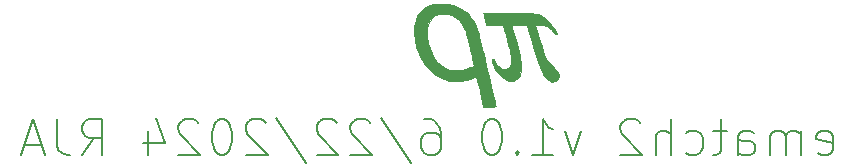
<source format=gbr>
%TF.GenerationSoftware,KiCad,Pcbnew,8.0.3*%
%TF.CreationDate,2024-06-22T23:36:34-05:00*%
%TF.ProjectId,Ematch2,456d6174-6368-4322-9e6b-696361645f70,rev?*%
%TF.SameCoordinates,Original*%
%TF.FileFunction,Legend,Bot*%
%TF.FilePolarity,Positive*%
%FSLAX46Y46*%
G04 Gerber Fmt 4.6, Leading zero omitted, Abs format (unit mm)*
G04 Created by KiCad (PCBNEW 8.0.3) date 2024-06-22 23:36:34*
%MOMM*%
%LPD*%
G01*
G04 APERTURE LIST*
%ADD10C,0.150000*%
%ADD11C,0.005000*%
%ADD12C,7.500000*%
%ADD13C,5.700000*%
%ADD14C,2.400000*%
%ADD15O,2.400000X2.400000*%
%ADD16R,1.700000X1.700000*%
%ADD17O,1.700000X1.700000*%
G04 APERTURE END LIST*
D10*
X180844173Y-94882200D02*
X181129887Y-95025057D01*
X181129887Y-95025057D02*
X181701316Y-95025057D01*
X181701316Y-95025057D02*
X181987030Y-94882200D01*
X181987030Y-94882200D02*
X182129887Y-94596485D01*
X182129887Y-94596485D02*
X182129887Y-93453628D01*
X182129887Y-93453628D02*
X181987030Y-93167914D01*
X181987030Y-93167914D02*
X181701316Y-93025057D01*
X181701316Y-93025057D02*
X181129887Y-93025057D01*
X181129887Y-93025057D02*
X180844173Y-93167914D01*
X180844173Y-93167914D02*
X180701316Y-93453628D01*
X180701316Y-93453628D02*
X180701316Y-93739342D01*
X180701316Y-93739342D02*
X182129887Y-94025057D01*
X179415601Y-95025057D02*
X179415601Y-93025057D01*
X179415601Y-93310771D02*
X179272744Y-93167914D01*
X179272744Y-93167914D02*
X178987029Y-93025057D01*
X178987029Y-93025057D02*
X178558458Y-93025057D01*
X178558458Y-93025057D02*
X178272744Y-93167914D01*
X178272744Y-93167914D02*
X178129887Y-93453628D01*
X178129887Y-93453628D02*
X178129887Y-95025057D01*
X178129887Y-93453628D02*
X177987029Y-93167914D01*
X177987029Y-93167914D02*
X177701315Y-93025057D01*
X177701315Y-93025057D02*
X177272744Y-93025057D01*
X177272744Y-93025057D02*
X176987029Y-93167914D01*
X176987029Y-93167914D02*
X176844172Y-93453628D01*
X176844172Y-93453628D02*
X176844172Y-95025057D01*
X174129887Y-95025057D02*
X174129887Y-93453628D01*
X174129887Y-93453628D02*
X174272744Y-93167914D01*
X174272744Y-93167914D02*
X174558458Y-93025057D01*
X174558458Y-93025057D02*
X175129887Y-93025057D01*
X175129887Y-93025057D02*
X175415601Y-93167914D01*
X174129887Y-94882200D02*
X174415601Y-95025057D01*
X174415601Y-95025057D02*
X175129887Y-95025057D01*
X175129887Y-95025057D02*
X175415601Y-94882200D01*
X175415601Y-94882200D02*
X175558458Y-94596485D01*
X175558458Y-94596485D02*
X175558458Y-94310771D01*
X175558458Y-94310771D02*
X175415601Y-94025057D01*
X175415601Y-94025057D02*
X175129887Y-93882200D01*
X175129887Y-93882200D02*
X174415601Y-93882200D01*
X174415601Y-93882200D02*
X174129887Y-93739342D01*
X173129886Y-93025057D02*
X171987029Y-93025057D01*
X172701315Y-92025057D02*
X172701315Y-94596485D01*
X172701315Y-94596485D02*
X172558458Y-94882200D01*
X172558458Y-94882200D02*
X172272743Y-95025057D01*
X172272743Y-95025057D02*
X171987029Y-95025057D01*
X169701315Y-94882200D02*
X169987029Y-95025057D01*
X169987029Y-95025057D02*
X170558457Y-95025057D01*
X170558457Y-95025057D02*
X170844172Y-94882200D01*
X170844172Y-94882200D02*
X170987029Y-94739342D01*
X170987029Y-94739342D02*
X171129886Y-94453628D01*
X171129886Y-94453628D02*
X171129886Y-93596485D01*
X171129886Y-93596485D02*
X170987029Y-93310771D01*
X170987029Y-93310771D02*
X170844172Y-93167914D01*
X170844172Y-93167914D02*
X170558457Y-93025057D01*
X170558457Y-93025057D02*
X169987029Y-93025057D01*
X169987029Y-93025057D02*
X169701315Y-93167914D01*
X168415600Y-95025057D02*
X168415600Y-92025057D01*
X167129886Y-95025057D02*
X167129886Y-93453628D01*
X167129886Y-93453628D02*
X167272743Y-93167914D01*
X167272743Y-93167914D02*
X167558457Y-93025057D01*
X167558457Y-93025057D02*
X167987028Y-93025057D01*
X167987028Y-93025057D02*
X168272743Y-93167914D01*
X168272743Y-93167914D02*
X168415600Y-93310771D01*
X165844171Y-92310771D02*
X165701314Y-92167914D01*
X165701314Y-92167914D02*
X165415600Y-92025057D01*
X165415600Y-92025057D02*
X164701314Y-92025057D01*
X164701314Y-92025057D02*
X164415600Y-92167914D01*
X164415600Y-92167914D02*
X164272742Y-92310771D01*
X164272742Y-92310771D02*
X164129885Y-92596485D01*
X164129885Y-92596485D02*
X164129885Y-92882200D01*
X164129885Y-92882200D02*
X164272742Y-93310771D01*
X164272742Y-93310771D02*
X165987028Y-95025057D01*
X165987028Y-95025057D02*
X164129885Y-95025057D01*
X160844171Y-93025057D02*
X160129885Y-95025057D01*
X160129885Y-95025057D02*
X159415600Y-93025057D01*
X156701314Y-95025057D02*
X158415600Y-95025057D01*
X157558457Y-95025057D02*
X157558457Y-92025057D01*
X157558457Y-92025057D02*
X157844171Y-92453628D01*
X157844171Y-92453628D02*
X158129886Y-92739342D01*
X158129886Y-92739342D02*
X158415600Y-92882200D01*
X155415600Y-94739342D02*
X155272743Y-94882200D01*
X155272743Y-94882200D02*
X155415600Y-95025057D01*
X155415600Y-95025057D02*
X155558457Y-94882200D01*
X155558457Y-94882200D02*
X155415600Y-94739342D01*
X155415600Y-94739342D02*
X155415600Y-95025057D01*
X153415600Y-92025057D02*
X153129886Y-92025057D01*
X153129886Y-92025057D02*
X152844172Y-92167914D01*
X152844172Y-92167914D02*
X152701315Y-92310771D01*
X152701315Y-92310771D02*
X152558457Y-92596485D01*
X152558457Y-92596485D02*
X152415600Y-93167914D01*
X152415600Y-93167914D02*
X152415600Y-93882200D01*
X152415600Y-93882200D02*
X152558457Y-94453628D01*
X152558457Y-94453628D02*
X152701315Y-94739342D01*
X152701315Y-94739342D02*
X152844172Y-94882200D01*
X152844172Y-94882200D02*
X153129886Y-95025057D01*
X153129886Y-95025057D02*
X153415600Y-95025057D01*
X153415600Y-95025057D02*
X153701315Y-94882200D01*
X153701315Y-94882200D02*
X153844172Y-94739342D01*
X153844172Y-94739342D02*
X153987029Y-94453628D01*
X153987029Y-94453628D02*
X154129886Y-93882200D01*
X154129886Y-93882200D02*
X154129886Y-93167914D01*
X154129886Y-93167914D02*
X153987029Y-92596485D01*
X153987029Y-92596485D02*
X153844172Y-92310771D01*
X153844172Y-92310771D02*
X153701315Y-92167914D01*
X153701315Y-92167914D02*
X153415600Y-92025057D01*
X147558458Y-92025057D02*
X148129886Y-92025057D01*
X148129886Y-92025057D02*
X148415600Y-92167914D01*
X148415600Y-92167914D02*
X148558458Y-92310771D01*
X148558458Y-92310771D02*
X148844172Y-92739342D01*
X148844172Y-92739342D02*
X148987029Y-93310771D01*
X148987029Y-93310771D02*
X148987029Y-94453628D01*
X148987029Y-94453628D02*
X148844172Y-94739342D01*
X148844172Y-94739342D02*
X148701315Y-94882200D01*
X148701315Y-94882200D02*
X148415600Y-95025057D01*
X148415600Y-95025057D02*
X147844172Y-95025057D01*
X147844172Y-95025057D02*
X147558458Y-94882200D01*
X147558458Y-94882200D02*
X147415600Y-94739342D01*
X147415600Y-94739342D02*
X147272743Y-94453628D01*
X147272743Y-94453628D02*
X147272743Y-93739342D01*
X147272743Y-93739342D02*
X147415600Y-93453628D01*
X147415600Y-93453628D02*
X147558458Y-93310771D01*
X147558458Y-93310771D02*
X147844172Y-93167914D01*
X147844172Y-93167914D02*
X148415600Y-93167914D01*
X148415600Y-93167914D02*
X148701315Y-93310771D01*
X148701315Y-93310771D02*
X148844172Y-93453628D01*
X148844172Y-93453628D02*
X148987029Y-93739342D01*
X143844172Y-91882200D02*
X146415600Y-95739342D01*
X142987029Y-92310771D02*
X142844172Y-92167914D01*
X142844172Y-92167914D02*
X142558458Y-92025057D01*
X142558458Y-92025057D02*
X141844172Y-92025057D01*
X141844172Y-92025057D02*
X141558458Y-92167914D01*
X141558458Y-92167914D02*
X141415600Y-92310771D01*
X141415600Y-92310771D02*
X141272743Y-92596485D01*
X141272743Y-92596485D02*
X141272743Y-92882200D01*
X141272743Y-92882200D02*
X141415600Y-93310771D01*
X141415600Y-93310771D02*
X143129886Y-95025057D01*
X143129886Y-95025057D02*
X141272743Y-95025057D01*
X140129886Y-92310771D02*
X139987029Y-92167914D01*
X139987029Y-92167914D02*
X139701315Y-92025057D01*
X139701315Y-92025057D02*
X138987029Y-92025057D01*
X138987029Y-92025057D02*
X138701315Y-92167914D01*
X138701315Y-92167914D02*
X138558457Y-92310771D01*
X138558457Y-92310771D02*
X138415600Y-92596485D01*
X138415600Y-92596485D02*
X138415600Y-92882200D01*
X138415600Y-92882200D02*
X138558457Y-93310771D01*
X138558457Y-93310771D02*
X140272743Y-95025057D01*
X140272743Y-95025057D02*
X138415600Y-95025057D01*
X134987029Y-91882200D02*
X137558457Y-95739342D01*
X134129886Y-92310771D02*
X133987029Y-92167914D01*
X133987029Y-92167914D02*
X133701315Y-92025057D01*
X133701315Y-92025057D02*
X132987029Y-92025057D01*
X132987029Y-92025057D02*
X132701315Y-92167914D01*
X132701315Y-92167914D02*
X132558457Y-92310771D01*
X132558457Y-92310771D02*
X132415600Y-92596485D01*
X132415600Y-92596485D02*
X132415600Y-92882200D01*
X132415600Y-92882200D02*
X132558457Y-93310771D01*
X132558457Y-93310771D02*
X134272743Y-95025057D01*
X134272743Y-95025057D02*
X132415600Y-95025057D01*
X130558457Y-92025057D02*
X130272743Y-92025057D01*
X130272743Y-92025057D02*
X129987029Y-92167914D01*
X129987029Y-92167914D02*
X129844172Y-92310771D01*
X129844172Y-92310771D02*
X129701314Y-92596485D01*
X129701314Y-92596485D02*
X129558457Y-93167914D01*
X129558457Y-93167914D02*
X129558457Y-93882200D01*
X129558457Y-93882200D02*
X129701314Y-94453628D01*
X129701314Y-94453628D02*
X129844172Y-94739342D01*
X129844172Y-94739342D02*
X129987029Y-94882200D01*
X129987029Y-94882200D02*
X130272743Y-95025057D01*
X130272743Y-95025057D02*
X130558457Y-95025057D01*
X130558457Y-95025057D02*
X130844172Y-94882200D01*
X130844172Y-94882200D02*
X130987029Y-94739342D01*
X130987029Y-94739342D02*
X131129886Y-94453628D01*
X131129886Y-94453628D02*
X131272743Y-93882200D01*
X131272743Y-93882200D02*
X131272743Y-93167914D01*
X131272743Y-93167914D02*
X131129886Y-92596485D01*
X131129886Y-92596485D02*
X130987029Y-92310771D01*
X130987029Y-92310771D02*
X130844172Y-92167914D01*
X130844172Y-92167914D02*
X130558457Y-92025057D01*
X128415600Y-92310771D02*
X128272743Y-92167914D01*
X128272743Y-92167914D02*
X127987029Y-92025057D01*
X127987029Y-92025057D02*
X127272743Y-92025057D01*
X127272743Y-92025057D02*
X126987029Y-92167914D01*
X126987029Y-92167914D02*
X126844171Y-92310771D01*
X126844171Y-92310771D02*
X126701314Y-92596485D01*
X126701314Y-92596485D02*
X126701314Y-92882200D01*
X126701314Y-92882200D02*
X126844171Y-93310771D01*
X126844171Y-93310771D02*
X128558457Y-95025057D01*
X128558457Y-95025057D02*
X126701314Y-95025057D01*
X124129886Y-93025057D02*
X124129886Y-95025057D01*
X124844171Y-91882200D02*
X125558457Y-94025057D01*
X125558457Y-94025057D02*
X123701314Y-94025057D01*
X118558457Y-95025057D02*
X119558457Y-93596485D01*
X120272743Y-95025057D02*
X120272743Y-92025057D01*
X120272743Y-92025057D02*
X119129886Y-92025057D01*
X119129886Y-92025057D02*
X118844171Y-92167914D01*
X118844171Y-92167914D02*
X118701314Y-92310771D01*
X118701314Y-92310771D02*
X118558457Y-92596485D01*
X118558457Y-92596485D02*
X118558457Y-93025057D01*
X118558457Y-93025057D02*
X118701314Y-93310771D01*
X118701314Y-93310771D02*
X118844171Y-93453628D01*
X118844171Y-93453628D02*
X119129886Y-93596485D01*
X119129886Y-93596485D02*
X120272743Y-93596485D01*
X116415600Y-92025057D02*
X116415600Y-94167914D01*
X116415600Y-94167914D02*
X116558457Y-94596485D01*
X116558457Y-94596485D02*
X116844171Y-94882200D01*
X116844171Y-94882200D02*
X117272743Y-95025057D01*
X117272743Y-95025057D02*
X117558457Y-95025057D01*
X115129886Y-94167914D02*
X113701315Y-94167914D01*
X115415600Y-95025057D02*
X114415600Y-92025057D01*
X114415600Y-92025057D02*
X113415600Y-95025057D01*
D11*
%TO.C,G\u002A\u002A\u002A*%
X152778060Y-87433590D02*
X152885707Y-87889584D01*
X152991854Y-88341445D01*
X153094656Y-88781356D01*
X153192270Y-89201503D01*
X153282851Y-89594070D01*
X153364555Y-89951243D01*
X153435539Y-90265206D01*
X153493959Y-90528145D01*
X153537971Y-90732245D01*
X153565730Y-90869688D01*
X153575393Y-90932663D01*
X153549788Y-90946487D01*
X153449504Y-90958469D01*
X153282718Y-90963788D01*
X153059466Y-90961876D01*
X152543540Y-90949991D01*
X152254613Y-89701157D01*
X152227651Y-89584750D01*
X152156359Y-89278244D01*
X152091497Y-89001208D01*
X152035576Y-88764252D01*
X151991106Y-88577981D01*
X151960600Y-88453006D01*
X151946569Y-88399932D01*
X151937520Y-88384940D01*
X151887698Y-88380520D01*
X151788340Y-88428550D01*
X151653968Y-88496137D01*
X151384299Y-88595693D01*
X151056634Y-88683330D01*
X150687190Y-88754254D01*
X150674921Y-88756174D01*
X150165640Y-88794879D01*
X149672189Y-88752049D01*
X149199371Y-88628500D01*
X148751983Y-88425048D01*
X148401759Y-88198845D01*
X147994636Y-87850064D01*
X147634271Y-87440011D01*
X147325025Y-86976462D01*
X147071264Y-86467197D01*
X146877350Y-85919990D01*
X146747645Y-85342622D01*
X146686512Y-84742869D01*
X146685051Y-84699699D01*
X147776282Y-84699699D01*
X147790073Y-85044363D01*
X147860062Y-85547863D01*
X147985329Y-86021225D01*
X148161505Y-86457187D01*
X148384227Y-86848485D01*
X148649125Y-87187855D01*
X148951833Y-87468036D01*
X149287987Y-87681762D01*
X149653217Y-87821772D01*
X149653810Y-87821929D01*
X149791584Y-87845617D01*
X149985350Y-87862992D01*
X150207103Y-87873254D01*
X150428838Y-87875604D01*
X150622547Y-87869242D01*
X150760226Y-87853369D01*
X151000333Y-87796384D01*
X151242762Y-87723435D01*
X151448743Y-87645182D01*
X151606565Y-87566736D01*
X151704513Y-87493212D01*
X151730874Y-87429721D01*
X151727229Y-87414044D01*
X151706190Y-87322925D01*
X151669708Y-87164577D01*
X151620259Y-86949749D01*
X151560314Y-86689192D01*
X151492349Y-86393656D01*
X151418839Y-86073890D01*
X151397492Y-85981632D01*
X151318062Y-85648134D01*
X151238797Y-85329242D01*
X151163298Y-85038572D01*
X151095163Y-84789742D01*
X151037994Y-84596372D01*
X150995389Y-84472078D01*
X150928694Y-84315098D01*
X150736312Y-83954958D01*
X150512912Y-83663974D01*
X150250216Y-83432571D01*
X149939949Y-83251174D01*
X149883960Y-83224959D01*
X149767356Y-83175514D01*
X149661873Y-83144274D01*
X149543570Y-83127093D01*
X149388502Y-83119825D01*
X149172726Y-83118324D01*
X149108282Y-83118404D01*
X148910507Y-83121126D01*
X148769602Y-83130373D01*
X148663597Y-83149722D01*
X148570517Y-83182754D01*
X148468390Y-83233047D01*
X148390972Y-83276849D01*
X148161287Y-83455227D01*
X147987962Y-83680372D01*
X147868010Y-83958614D01*
X147798446Y-84296280D01*
X147776282Y-84699699D01*
X146685051Y-84699699D01*
X146682923Y-84636826D01*
X146688418Y-84253096D01*
X146728697Y-83920163D01*
X146807625Y-83615291D01*
X146929067Y-83315748D01*
X147024036Y-83143475D01*
X147254426Y-82854645D01*
X147547567Y-82611053D01*
X147893864Y-82419970D01*
X148283726Y-82288670D01*
X148284771Y-82288417D01*
X148502592Y-82253750D01*
X148776519Y-82236571D01*
X149080114Y-82236213D01*
X149386940Y-82252015D01*
X149670558Y-82283309D01*
X149904530Y-82329430D01*
X149930439Y-82336438D01*
X150405515Y-82508668D01*
X150832946Y-82750274D01*
X151210806Y-83059406D01*
X151537177Y-83434213D01*
X151810135Y-83872845D01*
X152027758Y-84373452D01*
X152045959Y-84433104D01*
X152084133Y-84574624D01*
X152137403Y-84782347D01*
X152203924Y-85048456D01*
X152281852Y-85365138D01*
X152369343Y-85724575D01*
X152464553Y-86118954D01*
X152565639Y-86540461D01*
X152670756Y-86981277D01*
X152777142Y-87429721D01*
X152778060Y-87433590D01*
G36*
X152778060Y-87433590D02*
G01*
X152885707Y-87889584D01*
X152991854Y-88341445D01*
X153094656Y-88781356D01*
X153192270Y-89201503D01*
X153282851Y-89594070D01*
X153364555Y-89951243D01*
X153435539Y-90265206D01*
X153493959Y-90528145D01*
X153537971Y-90732245D01*
X153565730Y-90869688D01*
X153575393Y-90932663D01*
X153549788Y-90946487D01*
X153449504Y-90958469D01*
X153282718Y-90963788D01*
X153059466Y-90961876D01*
X152543540Y-90949991D01*
X152254613Y-89701157D01*
X152227651Y-89584750D01*
X152156359Y-89278244D01*
X152091497Y-89001208D01*
X152035576Y-88764252D01*
X151991106Y-88577981D01*
X151960600Y-88453006D01*
X151946569Y-88399932D01*
X151937520Y-88384940D01*
X151887698Y-88380520D01*
X151788340Y-88428550D01*
X151653968Y-88496137D01*
X151384299Y-88595693D01*
X151056634Y-88683330D01*
X150687190Y-88754254D01*
X150674921Y-88756174D01*
X150165640Y-88794879D01*
X149672189Y-88752049D01*
X149199371Y-88628500D01*
X148751983Y-88425048D01*
X148401759Y-88198845D01*
X147994636Y-87850064D01*
X147634271Y-87440011D01*
X147325025Y-86976462D01*
X147071264Y-86467197D01*
X146877350Y-85919990D01*
X146747645Y-85342622D01*
X146686512Y-84742869D01*
X146685051Y-84699699D01*
X147776282Y-84699699D01*
X147790073Y-85044363D01*
X147860062Y-85547863D01*
X147985329Y-86021225D01*
X148161505Y-86457187D01*
X148384227Y-86848485D01*
X148649125Y-87187855D01*
X148951833Y-87468036D01*
X149287987Y-87681762D01*
X149653217Y-87821772D01*
X149653810Y-87821929D01*
X149791584Y-87845617D01*
X149985350Y-87862992D01*
X150207103Y-87873254D01*
X150428838Y-87875604D01*
X150622547Y-87869242D01*
X150760226Y-87853369D01*
X151000333Y-87796384D01*
X151242762Y-87723435D01*
X151448743Y-87645182D01*
X151606565Y-87566736D01*
X151704513Y-87493212D01*
X151730874Y-87429721D01*
X151727229Y-87414044D01*
X151706190Y-87322925D01*
X151669708Y-87164577D01*
X151620259Y-86949749D01*
X151560314Y-86689192D01*
X151492349Y-86393656D01*
X151418839Y-86073890D01*
X151397492Y-85981632D01*
X151318062Y-85648134D01*
X151238797Y-85329242D01*
X151163298Y-85038572D01*
X151095163Y-84789742D01*
X151037994Y-84596372D01*
X150995389Y-84472078D01*
X150928694Y-84315098D01*
X150736312Y-83954958D01*
X150512912Y-83663974D01*
X150250216Y-83432571D01*
X149939949Y-83251174D01*
X149883960Y-83224959D01*
X149767356Y-83175514D01*
X149661873Y-83144274D01*
X149543570Y-83127093D01*
X149388502Y-83119825D01*
X149172726Y-83118324D01*
X149108282Y-83118404D01*
X148910507Y-83121126D01*
X148769602Y-83130373D01*
X148663597Y-83149722D01*
X148570517Y-83182754D01*
X148468390Y-83233047D01*
X148390972Y-83276849D01*
X148161287Y-83455227D01*
X147987962Y-83680372D01*
X147868010Y-83958614D01*
X147798446Y-84296280D01*
X147776282Y-84699699D01*
X146685051Y-84699699D01*
X146682923Y-84636826D01*
X146688418Y-84253096D01*
X146728697Y-83920163D01*
X146807625Y-83615291D01*
X146929067Y-83315748D01*
X147024036Y-83143475D01*
X147254426Y-82854645D01*
X147547567Y-82611053D01*
X147893864Y-82419970D01*
X148283726Y-82288670D01*
X148284771Y-82288417D01*
X148502592Y-82253750D01*
X148776519Y-82236571D01*
X149080114Y-82236213D01*
X149386940Y-82252015D01*
X149670558Y-82283309D01*
X149904530Y-82329430D01*
X149930439Y-82336438D01*
X150405515Y-82508668D01*
X150832946Y-82750274D01*
X151210806Y-83059406D01*
X151537177Y-83434213D01*
X151810135Y-83872845D01*
X152027758Y-84373452D01*
X152045959Y-84433104D01*
X152084133Y-84574624D01*
X152137403Y-84782347D01*
X152203924Y-85048456D01*
X152281852Y-85365138D01*
X152369343Y-85724575D01*
X152464553Y-86118954D01*
X152565639Y-86540461D01*
X152670756Y-86981277D01*
X152777142Y-87429721D01*
X152778060Y-87433590D01*
G37*
X155221851Y-83055031D02*
X155671374Y-83056164D01*
X156050760Y-83058949D01*
X156367478Y-83064113D01*
X156629001Y-83072387D01*
X156842800Y-83084497D01*
X157016345Y-83101171D01*
X157157108Y-83123137D01*
X157272560Y-83151123D01*
X157370172Y-83185856D01*
X157457415Y-83228066D01*
X157541760Y-83278480D01*
X157630679Y-83337826D01*
X157799358Y-83467167D01*
X158092081Y-83758526D01*
X158382686Y-84132944D01*
X158670330Y-84589407D01*
X158785961Y-84790491D01*
X158688927Y-84788085D01*
X158637010Y-84773462D01*
X158529119Y-84691692D01*
X158388834Y-84535766D01*
X158312058Y-84446380D01*
X158132007Y-84281962D01*
X157920937Y-84155472D01*
X157824953Y-84109626D01*
X157709759Y-84064436D01*
X157599075Y-84040932D01*
X157463236Y-84033713D01*
X157272573Y-84037375D01*
X156889047Y-84049657D01*
X157340106Y-85426268D01*
X157478885Y-85844918D01*
X157605468Y-86214965D01*
X157711689Y-86510948D01*
X157798963Y-86736676D01*
X157868706Y-86895958D01*
X157922333Y-86992602D01*
X157991047Y-87082168D01*
X158111914Y-87224174D01*
X158259685Y-87387493D01*
X158416331Y-87551719D01*
X158510256Y-87648456D01*
X158678191Y-87831722D01*
X158794238Y-87979748D01*
X158867001Y-88106240D01*
X158905080Y-88224896D01*
X158917077Y-88349420D01*
X158893661Y-88516530D01*
X158800212Y-88680905D01*
X158641614Y-88794739D01*
X158556587Y-88823911D01*
X158353358Y-88833451D01*
X158142929Y-88770530D01*
X157939028Y-88640507D01*
X157755385Y-88448742D01*
X157710580Y-88384174D01*
X157605843Y-88195708D01*
X157485788Y-87933861D01*
X157349940Y-87597320D01*
X157197822Y-87184769D01*
X157028960Y-86694894D01*
X156842877Y-86126376D01*
X156639098Y-85477903D01*
X156417147Y-84748157D01*
X156207642Y-84049657D01*
X155547684Y-84037998D01*
X155411823Y-84035963D01*
X155204053Y-84034425D01*
X155037882Y-84035212D01*
X154927657Y-84038207D01*
X154887726Y-84043297D01*
X154896606Y-84076047D01*
X154927429Y-84180132D01*
X154977120Y-84344736D01*
X155042354Y-84558904D01*
X155119807Y-84811683D01*
X155206150Y-85092122D01*
X155348834Y-85563553D01*
X155468751Y-85982954D01*
X155562982Y-86344648D01*
X155633724Y-86659541D01*
X155683176Y-86938535D01*
X155713538Y-87192534D01*
X155727007Y-87432440D01*
X155725781Y-87669157D01*
X155724313Y-87710315D01*
X155705282Y-87983959D01*
X155667820Y-88194607D01*
X155605238Y-88360818D01*
X155510847Y-88501149D01*
X155377958Y-88634161D01*
X155347752Y-88659595D01*
X155171895Y-88763048D01*
X154975830Y-88798455D01*
X154739559Y-88770074D01*
X154676779Y-88753977D01*
X154396503Y-88635887D01*
X154121575Y-88450248D01*
X153868564Y-88209917D01*
X153654037Y-87927748D01*
X153653419Y-87926774D01*
X153569278Y-87776139D01*
X153475181Y-87580497D01*
X153383977Y-87369556D01*
X153308519Y-87173024D01*
X153261656Y-87020612D01*
X153249010Y-86950983D01*
X153268995Y-86913119D01*
X153348203Y-86914779D01*
X153420180Y-86935525D01*
X153477428Y-86996526D01*
X153529669Y-87118824D01*
X153565830Y-87214634D01*
X153660143Y-87396072D01*
X153781939Y-87529736D01*
X153952254Y-87641652D01*
X153982291Y-87657467D01*
X154217491Y-87742068D01*
X154429002Y-87747956D01*
X154610927Y-87677249D01*
X154757369Y-87532069D01*
X154862425Y-87314535D01*
X154890584Y-87225990D01*
X154913325Y-87135270D01*
X154921036Y-87048920D01*
X154913346Y-86945088D01*
X154889886Y-86801921D01*
X154850285Y-86597565D01*
X154838603Y-86539114D01*
X154758111Y-86163484D01*
X154660032Y-85741200D01*
X154551465Y-85301176D01*
X154439509Y-84872329D01*
X154331262Y-84483573D01*
X154199421Y-84028491D01*
X152745142Y-84028491D01*
X152670821Y-83636907D01*
X152654239Y-83550169D01*
X152619924Y-83374480D01*
X152591325Y-83232935D01*
X152573357Y-83150074D01*
X152550214Y-83054823D01*
X154726076Y-83054823D01*
X155221851Y-83055031D01*
G36*
X155221851Y-83055031D02*
G01*
X155671374Y-83056164D01*
X156050760Y-83058949D01*
X156367478Y-83064113D01*
X156629001Y-83072387D01*
X156842800Y-83084497D01*
X157016345Y-83101171D01*
X157157108Y-83123137D01*
X157272560Y-83151123D01*
X157370172Y-83185856D01*
X157457415Y-83228066D01*
X157541760Y-83278480D01*
X157630679Y-83337826D01*
X157799358Y-83467167D01*
X158092081Y-83758526D01*
X158382686Y-84132944D01*
X158670330Y-84589407D01*
X158785961Y-84790491D01*
X158688927Y-84788085D01*
X158637010Y-84773462D01*
X158529119Y-84691692D01*
X158388834Y-84535766D01*
X158312058Y-84446380D01*
X158132007Y-84281962D01*
X157920937Y-84155472D01*
X157824953Y-84109626D01*
X157709759Y-84064436D01*
X157599075Y-84040932D01*
X157463236Y-84033713D01*
X157272573Y-84037375D01*
X156889047Y-84049657D01*
X157340106Y-85426268D01*
X157478885Y-85844918D01*
X157605468Y-86214965D01*
X157711689Y-86510948D01*
X157798963Y-86736676D01*
X157868706Y-86895958D01*
X157922333Y-86992602D01*
X157991047Y-87082168D01*
X158111914Y-87224174D01*
X158259685Y-87387493D01*
X158416331Y-87551719D01*
X158510256Y-87648456D01*
X158678191Y-87831722D01*
X158794238Y-87979748D01*
X158867001Y-88106240D01*
X158905080Y-88224896D01*
X158917077Y-88349420D01*
X158893661Y-88516530D01*
X158800212Y-88680905D01*
X158641614Y-88794739D01*
X158556587Y-88823911D01*
X158353358Y-88833451D01*
X158142929Y-88770530D01*
X157939028Y-88640507D01*
X157755385Y-88448742D01*
X157710580Y-88384174D01*
X157605843Y-88195708D01*
X157485788Y-87933861D01*
X157349940Y-87597320D01*
X157197822Y-87184769D01*
X157028960Y-86694894D01*
X156842877Y-86126376D01*
X156639098Y-85477903D01*
X156417147Y-84748157D01*
X156207642Y-84049657D01*
X155547684Y-84037998D01*
X155411823Y-84035963D01*
X155204053Y-84034425D01*
X155037882Y-84035212D01*
X154927657Y-84038207D01*
X154887726Y-84043297D01*
X154896606Y-84076047D01*
X154927429Y-84180132D01*
X154977120Y-84344736D01*
X155042354Y-84558904D01*
X155119807Y-84811683D01*
X155206150Y-85092122D01*
X155348834Y-85563553D01*
X155468751Y-85982954D01*
X155562982Y-86344648D01*
X155633724Y-86659541D01*
X155683176Y-86938535D01*
X155713538Y-87192534D01*
X155727007Y-87432440D01*
X155725781Y-87669157D01*
X155724313Y-87710315D01*
X155705282Y-87983959D01*
X155667820Y-88194607D01*
X155605238Y-88360818D01*
X155510847Y-88501149D01*
X155377958Y-88634161D01*
X155347752Y-88659595D01*
X155171895Y-88763048D01*
X154975830Y-88798455D01*
X154739559Y-88770074D01*
X154676779Y-88753977D01*
X154396503Y-88635887D01*
X154121575Y-88450248D01*
X153868564Y-88209917D01*
X153654037Y-87927748D01*
X153653419Y-87926774D01*
X153569278Y-87776139D01*
X153475181Y-87580497D01*
X153383977Y-87369556D01*
X153308519Y-87173024D01*
X153261656Y-87020612D01*
X153249010Y-86950983D01*
X153268995Y-86913119D01*
X153348203Y-86914779D01*
X153420180Y-86935525D01*
X153477428Y-86996526D01*
X153529669Y-87118824D01*
X153565830Y-87214634D01*
X153660143Y-87396072D01*
X153781939Y-87529736D01*
X153952254Y-87641652D01*
X153982291Y-87657467D01*
X154217491Y-87742068D01*
X154429002Y-87747956D01*
X154610927Y-87677249D01*
X154757369Y-87532069D01*
X154862425Y-87314535D01*
X154890584Y-87225990D01*
X154913325Y-87135270D01*
X154921036Y-87048920D01*
X154913346Y-86945088D01*
X154889886Y-86801921D01*
X154850285Y-86597565D01*
X154838603Y-86539114D01*
X154758111Y-86163484D01*
X154660032Y-85741200D01*
X154551465Y-85301176D01*
X154439509Y-84872329D01*
X154331262Y-84483573D01*
X154199421Y-84028491D01*
X152745142Y-84028491D01*
X152670821Y-83636907D01*
X152654239Y-83550169D01*
X152619924Y-83374480D01*
X152591325Y-83232935D01*
X152573357Y-83150074D01*
X152550214Y-83054823D01*
X154726076Y-83054823D01*
X155221851Y-83055031D01*
G37*
%TD*%
%LPC*%
D12*
%TO.C,CLIP1*%
X148950000Y-76850000D03*
%TD*%
%TO.C,CLIP4*%
X166800000Y-100400000D03*
%TD*%
D13*
%TO.C,REF\u002A\u002A*%
X180000000Y-104000000D03*
%TD*%
D12*
%TO.C,CLIP2*%
X166800000Y-76850000D03*
%TD*%
D14*
%TO.C,R19*%
X172770000Y-87800000D03*
D15*
X144830000Y-87800000D03*
%TD*%
D12*
%TO.C,CLIP3*%
X148950000Y-100400000D03*
%TD*%
D13*
%TO.C,REF\u002A\u002A*%
X180000000Y-71000000D03*
%TD*%
D16*
%TO.C,J1*%
X107600000Y-76240000D03*
D17*
X107600000Y-78780000D03*
X107600000Y-81320000D03*
X107600000Y-83860000D03*
X107600000Y-86400000D03*
X107600000Y-88940000D03*
X107600000Y-91480000D03*
X107600000Y-94020000D03*
X107600000Y-96560000D03*
X107600000Y-99100000D03*
%TD*%
D13*
%TO.C,REF\u002A\u002A*%
X110000000Y-71000000D03*
%TD*%
%TO.C,REF\u002A\u002A*%
X110000000Y-104000000D03*
%TD*%
%LPD*%
M02*

</source>
